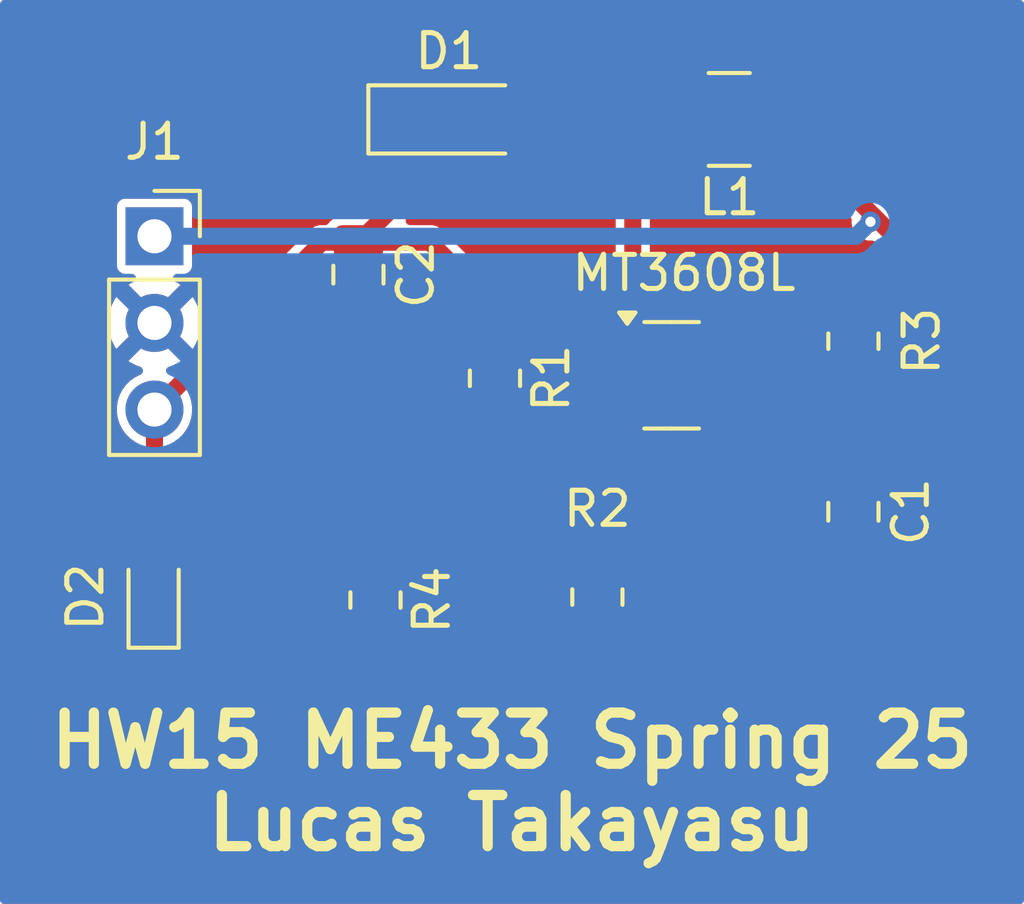
<source format=kicad_pcb>
(kicad_pcb (version 20241229) (generator "pcbnew") (generator_version "9.0")
  (layers (0 "F.Cu" signal) (2 "B.Cu" signal) (13 "F.Paste" user) (15 "B.Paste" user) (5 "F.SilkS" user "F.Silkscreen") (7 "B.SilkS" user "B.Silkscreen") (1 "F.Mask" user) (3 "B.Mask" user) (25 "Edge.Cuts" user))
  (net 0 "")
  (net 1 "GND")
  (net 2 "VCC")
  (net 3 "+5V")
  (net 4 "Net-(D1-A)")
  (net 5 "Net-(D2-K)")
  (net 6 "Net-(MT3608L1-FB)")
  (net 7 "Net-(MT3608L1-OC)")
  (footprint "Resistor_SMD:R_0805_2012Metric" (layer "F.Cu") (at 138 103.5875 -90)
    (property "Reference" "R4" (at 0 -1.65 90) (layer "F.SilkS"))
    (property "Value" "1k")
    (fp_line (start -0.227064 0.735) (end 0.227064 0.735) (stroke (width 0.12)) (layer "F.SilkS"))
    (fp_line (start -0.227064 -0.735) (end 0.227064 -0.735) (stroke (width 0.12)) (layer "F.SilkS"))
    (pad "1" smd roundrect (at -0.9125 0 270) (size 1.025 1.4) (layers "F.Cu" "F.Mask" "F.Paste") (roundrect_rratio 0.243902) (net 5 "Net-(D2-K)"))
    (pad "2" smd roundrect (at 0.9125 0 270) (size 1.025 1.4) (layers "F.Cu" "F.Mask" "F.Paste") (roundrect_rratio 0.243902) (net 1 "GND"))
  )
  (footprint "Connector_PinSocket_2.54mm:PinSocket_1x03_P2.54mm_Vertical" (layer "F.Cu") (at 131.525 92.925)
    (property "Reference" "J1" (at 0 -2.77 0) (layer "F.SilkS"))
    (property "Value" "Conn_01x03_Pin" (hide yes))
    (fp_line (start -1.33 1.27) (end -1.33 6.41) (stroke (width 0.12)) (layer "F.SilkS"))
    (fp_line (start -1.33 1.27) (end 1.33 1.27) (stroke (width 0.12)) (layer "F.SilkS"))
    (fp_line (start -1.33 6.41) (end 1.33 6.41) (stroke (width 0.12)) (layer "F.SilkS"))
    (fp_line (start 0 -1.33) (end 1.33 -1.33) (stroke (width 0.12)) (layer "F.SilkS"))
    (fp_line (start 1.33 -1.33) (end 1.33 0) (stroke (width 0.12)) (layer "F.SilkS"))
    (fp_line (start 1.33 1.27) (end 1.33 6.41) (stroke (width 0.12)) (layer "F.SilkS"))
    (pad "1" thru_hole rect (at 0 0) (size 1.7 1.7) (drill 1) (layers "*.Cu" "*.Mask") (net 2 "VCC"))
    (pad "2" thru_hole circle (at 0 2.54) (size 1.7 1.7) (drill 1) (layers "*.Cu" "*.Mask") (net 1 "GND"))
    (pad "3" thru_hole circle (at 0 5.08) (size 1.7 1.7) (drill 1) (layers "*.Cu" "*.Mask") (net 3 "+5V"))
  )
  (footprint "Inductor_SMD:L_1210_3225Metric" (layer "F.Cu") (at 148.3625 89.5 180)
    (property "Reference" "L1" (at 0 -2.28 0) (layer "F.SilkS"))
    (property "Value" "L")
    (fp_line (start -0.602064 1.36) (end 0.602064 1.36) (stroke (width 0.12)) (layer "F.SilkS"))
    (fp_line (start -0.602064 -1.36) (end 0.602064 -1.36) (stroke (width 0.12)) (layer "F.SilkS"))
    (pad "1" smd roundrect (at -1.4 0 180) (size 1.25 2.65) (layers "F.Cu" "F.Mask" "F.Paste") (roundrect_rratio 0.2) (net 2 "VCC"))
    (pad "2" smd roundrect (at 1.4 0 180) (size 1.25 2.65) (layers "F.Cu" "F.Mask" "F.Paste") (roundrect_rratio 0.2) (net 4 "Net-(D1-A)"))
  )
  (footprint "Resistor_SMD:R_0805_2012Metric" (layer "F.Cu") (at 152 96 -90)
    (property "Reference" "R3" (at 0 -2 90) (layer "F.SilkS"))
    (property "Value" "20k")
    (fp_line (start -0.227064 0.735) (end 0.227064 0.735) (stroke (width 0.12)) (layer "F.SilkS"))
    (fp_line (start -0.227064 -0.735) (end 0.227064 -0.735) (stroke (width 0.12)) (layer "F.SilkS"))
    (pad "1" smd roundrect (at -0.9125 0 270) (size 1.025 1.4) (layers "F.Cu" "F.Mask" "F.Paste") (roundrect_rratio 0.243902) (net 7 "Net-(MT3608L1-OC)"))
    (pad "2" smd roundrect (at 0.9125 0 270) (size 1.025 1.4) (layers "F.Cu" "F.Mask" "F.Paste") (roundrect_rratio 0.243902) (net 1 "GND"))
  )
  (footprint "Capacitor_SMD:C_0805_2012Metric" (layer "F.Cu") (at 137.5 94.05 -90)
    (property "Reference" "C2" (at 0 -1.68 90) (layer "F.SilkS"))
    (property "Value" "22uF")
    (fp_line (start -0.261252 0.735) (end 0.261252 0.735) (stroke (width 0.12)) (layer "F.SilkS"))
    (fp_line (start -0.261252 -0.735) (end 0.261252 -0.735) (stroke (width 0.12)) (layer "F.SilkS"))
    (pad "1" smd roundrect (at -0.95 0 270) (size 1 1.45) (layers "F.Cu" "F.Mask" "F.Paste") (net 3 "+5V"))
    (pad "2" smd roundrect (at 0.95 0 270) (size 1 1.45) (layers "F.Cu" "F.Mask" "F.Paste") (net 1 "GND"))
  )
  (footprint "Diode_SMD:D_SOD-123" (layer "F.Cu") (at 140.15 89.5)
    (property "Reference" "D1" (at 0 -2 0) (layer "F.SilkS"))
    (property "Value" "D_Schottky")
    (fp_line (start -2.36 -1) (end -2.36 1) (stroke (width 0.12)) (layer "F.SilkS"))
    (fp_line (start -2.36 -1) (end 1.65 -1) (stroke (width 0.12)) (layer "F.SilkS"))
    (fp_line (start -2.36 1) (end 1.65 1) (stroke (width 0.12)) (layer "F.SilkS"))
    (pad "1" smd roundrect (at -1.65 0) (size 0.9 1.2) (layers "F.Cu" "F.Mask" "F.Paste") (net 3 "+5V"))
    (pad "2" smd roundrect (at 1.65 0) (size 0.9 1.2) (layers "F.Cu" "F.Mask" "F.Paste") (net 4 "Net-(D1-A)"))
  )
  (footprint "Resistor_SMD:R_0805_2012Metric" (layer "F.Cu") (at 144.5 103.5 -90)
    (property "Reference" "R2" (at -2.5875 0 0) (layer "F.SilkS"))
    (property "Value" "15k")
    (fp_line (start -0.227064 0.735) (end 0.227064 0.735) (stroke (width 0.12)) (layer "F.SilkS"))
    (fp_line (start -0.227064 -0.735) (end 0.227064 -0.735) (stroke (width 0.12)) (layer "F.SilkS"))
    (pad "1" smd roundrect (at -0.9125 0 270) (size 1.025 1.4) (layers "F.Cu" "F.Mask" "F.Paste") (roundrect_rratio 0.243902) (net 6 "Net-(MT3608L1-FB)"))
    (pad "2" smd roundrect (at 0.9125 0 270) (size 1.025 1.4) (layers "F.Cu" "F.Mask" "F.Paste") (roundrect_rratio 0.243902) (net 1 "GND"))
  )
  (footprint "Capacitor_SMD:C_0805_2012Metric" (layer "F.Cu") (at 152 101 -90)
    (property "Reference" "C1" (at 0 -1.68 90) (layer "F.SilkS"))
    (property "Value" "22uF")
    (fp_line (start -0.261252 0.735) (end 0.261252 0.735) (stroke (width 0.12)) (layer "F.SilkS"))
    (fp_line (start -0.261252 -0.735) (end 0.261252 -0.735) (stroke (width 0.12)) (layer "F.SilkS"))
    (pad "1" smd roundrect (at -0.95 0 270) (size 1 1.45) (layers "F.Cu" "F.Mask" "F.Paste") (net 2 "VCC"))
    (pad "2" smd roundrect (at 0.95 0 270) (size 1 1.45) (layers "F.Cu" "F.Mask" "F.Paste") (net 1 "GND"))
  )
  (footprint "LED_SMD:LED_0603_1608Metric" (layer "F.Cu") (at 131.5 103.5 90)
    (property "Reference" "D2" (at 0 -2 90) (layer "F.SilkS"))
    (property "Value" "LED")
    (fp_line (start 0.8 -0.735) (end -1.485 -0.735) (stroke (width 0.12)) (layer "F.SilkS"))
    (fp_line (start -1.485 -0.735) (end -1.485 0.735) (stroke (width 0.12)) (layer "F.SilkS"))
    (fp_line (start -1.485 0.735) (end 0.8 0.735) (stroke (width 0.12)) (layer "F.SilkS"))
    (pad "1" smd roundrect (at -0.7875 0 90) (size 0.875 0.95) (layers "F.Cu" "F.Mask" "F.Paste") (net 5 "Net-(D2-K)"))
    (pad "2" smd roundrect (at 0.7875 0 90) (size 0.875 0.95) (layers "F.Cu" "F.Mask" "F.Paste") (net 3 "+5V"))
  )
  (footprint "Package_TO_SOT_SMD:SOT-23-6" (layer "F.Cu") (at 146.675 97)
    (property "Reference" "MT3608L" (at 0.3625 -3 0) (layer "F.SilkS"))
    (property "Value" "~")
    (fp_line (start 0 -1.56) (end -0.8 -1.56) (stroke (width 0.12)) (layer "F.SilkS"))
    (fp_line (start 0 -1.56) (end 0.8 -1.56) (stroke (width 0.12)) (layer "F.SilkS"))
    (fp_line (start 0 1.56) (end -0.8 1.56) (stroke (width 0.12)) (layer "F.SilkS"))
    (fp_line (start 0 1.56) (end 0.8 1.56) (stroke (width 0.12)) (layer "F.SilkS"))
    (fp_poly (pts (xy -1.3 -1.51) (xy -1.54 -1.84) (xy -1.06 -1.84)) (stroke (width 0.12)) (fill yes) (layer "F.SilkS"))
    (pad "1" smd roundrect (at -1.1375 -0.95) (size 1.325 0.6) (layers "F.Cu" "F.Mask" "F.Paste") (net 4 "Net-(D1-A)"))
    (pad "2" smd roundrect (at -1.1375 0) (size 1.325 0.6) (layers "F.Cu" "F.Mask" "F.Paste") (net 1 "GND"))
    (pad "3" smd roundrect (at -1.1375 0.95) (size 1.325 0.6) (layers "F.Cu" "F.Mask" "F.Paste") (net 6 "Net-(MT3608L1-FB)"))
    (pad "4" smd roundrect (at 1.1375 0.95) (size 1.325 0.6) (layers "F.Cu" "F.Mask" "F.Paste") (net 2 "VCC"))
    (pad "5" smd roundrect (at 1.1375 0) (size 1.325 0.6) (layers "F.Cu" "F.Mask" "F.Paste") (net 2 "VCC"))
    (pad "6" smd roundrect (at 1.1375 -0.95) (size 1.325 0.6) (layers "F.Cu" "F.Mask" "F.Paste") (net 7 "Net-(MT3608L1-OC)"))
  )
  (footprint "Resistor_SMD:R_0805_2012Metric" (layer "F.Cu") (at 141.5 97.0875 -90)
    (property "Reference" "R1" (at 0 -1.65 90) (layer "F.SilkS"))
    (property "Value" "110k")
    (fp_line (start -0.227064 0.735) (end 0.227064 0.735) (stroke (width 0.12)) (layer "F.SilkS"))
    (fp_line (start -0.227064 -0.735) (end 0.227064 -0.735) (stroke (width 0.12)) (layer "F.SilkS"))
    (pad "1" smd roundrect (at -0.9125 0 270) (size 1.025 1.4) (layers "F.Cu" "F.Mask" "F.Paste") (roundrect_rratio 0.243902) (net 3 "+5V"))
    (pad "2" smd roundrect (at 0.9125 0 270) (size 1.025 1.4) (layers "F.Cu" "F.Mask" "F.Paste") (roundrect_rratio 0.243902) (net 6 "Net-(MT3608L1-FB)"))
  )
  (gr_text "HW15 ME433 Spring 25\nLucas Takayasu" (at 142 111 0) (layer "F.SilkS") (effects (font (size 1.5 1.5) (thickness 0.3) (bold yes)) (justify bottom)))
  (segment (start 154 99) (end 152.95 100.05) (width 0.5) (layer "F.Cu") (net 2))
  (segment (start 152 100.05) (end 149.9125 100.05) (width 0.5) (layer "F.Cu") (net 2))
  (segment (start 152.95 100.05) (end 152 100.05) (width 0.5) (layer "F.Cu") (net 2))
  (segment (start 154 93.7375) (end 154 99) (width 0.5) (layer "F.Cu") (net 2))
  (segment (start 147.8125 97) (end 147.8125 97.95) (width 0.5) (layer "F.Cu") (net 2))
  (segment (start 149.9125 100.05) (end 147.8125 97.95) (width 0.5) (layer "F.Cu") (net 2))
  (segment (start 149.7625 89.5) (end 154 93.7375) (width 0.5) (layer "F.Cu") (net 2))
  (via (at 152.5 92.5) (size 0.6) (drill 0.3) (layers "F.Cu" "B.Cu") (net 2))
  (segment (start 152.075 92.925) (end 152.5 92.5) (width 0.5) (layer "B.Cu") (net 2))
  (segment (start 131.525 92.925) (end 152.075 92.925) (width 0.5) (layer "B.Cu") (net 2))
  (segment (start 141.5 96.175) (end 141.5 95) (width 0.5) (layer "F.Cu") (net 3))
  (segment (start 136.43 93.1) (end 137.5 93.1) (width 0.5) (layer "F.Cu") (net 3))
  (segment (start 138.5 89.5) (end 138.5 92.1) (width 0.5) (layer "F.Cu") (net 3))
  (segment (start 139.6 93.1) (end 137.5 93.1) (width 0.5) (layer "F.Cu") (net 3))
  (segment (start 138.5 92.1) (end 137.5 93.1) (width 0.5) (layer "F.Cu") (net 3))
  (segment (start 141.5 95) (end 139.6 93.1) (width 0.5) (layer "F.Cu") (net 3))
  (segment (start 131.525 102.6875) (end 131.5 102.7125) (width 0.5) (layer "F.Cu") (net 3))
  (segment (start 131.525 98.005) (end 136.43 93.1) (width 0.5) (layer "F.Cu") (net 3))
  (segment (start 131.525 98.005) (end 131.525 102.6875) (width 0.5) (layer "F.Cu") (net 3))
  (segment (start 146.9625 89.5) (end 141.8 89.5) (width 0.5) (layer "F.Cu") (net 4))
  (segment (start 145.5375 96.05) (end 145.5375 91.5375) (width 0.5) (layer "F.Cu") (net 4))
  (segment (start 145.5 90.9625) (end 146.9625 89.5) (width 0.5) (layer "F.Cu") (net 4))
  (segment (start 145.5 91.5) (end 145.5 90.9625) (width 0.5) (layer "F.Cu") (net 4))
  (segment (start 145.5375 91.5375) (end 145.5 91.5) (width 0.5) (layer "F.Cu") (net 4))
  (segment (start 133.7125 104.2875) (end 135.325 102.675) (width 0.5) (layer "F.Cu") (net 5))
  (segment (start 135.325 102.675) (end 138 102.675) (width 0.5) (layer "F.Cu") (net 5))
  (segment (start 131.5 104.2875) (end 133.7125 104.2875) (width 0.5) (layer "F.Cu") (net 5))
  (segment (start 141.5 98) (end 145.4875 98) (width 0.5) (layer "F.Cu") (net 6))
  (segment (start 145.5375 97.95) (end 144.5 98.9875) (width 0.5) (layer "F.Cu") (net 6))
  (segment (start 145.4875 98) (end 145.5375 97.95) (width 0.5) (layer "F.Cu") (net 6))
  (segment (start 144.5 98.9875) (end 144.5 102.5875) (width 0.5) (layer "F.Cu") (net 6))
  (segment (start 152 95.0875) (end 148.775 95.0875) (width 0.5) (layer "F.Cu") (net 7))
  (segment (start 148.775 95.0875) (end 147.8125 96.05) (width 0.5) (layer "F.Cu") (net 7))
  (zone (net 1) (net_name "GND") (layers "F.Cu" "B.Cu") (connect_pads (clearance 0.25)) (min_thickness 0.25) (fill yes (thermal_gap 0.5) (thermal_bridge_width 0.5))
    (polygon (pts (xy 127 86) (xy 127 112.5) (xy 157 112.5) (xy 157 86)))
  )
)
</source>
